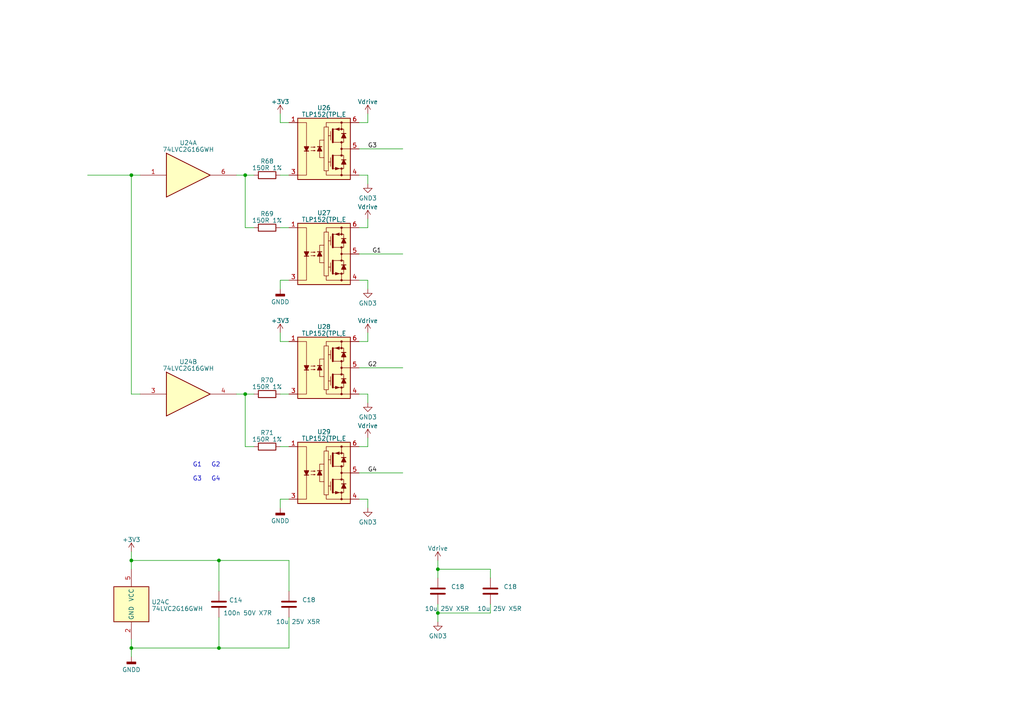
<source format=kicad_sch>
(kicad_sch (version 20230121) (generator eeschema)

  (uuid 0aa01033-d9be-452a-9185-1acc9fcb4335)

  (paper "A4")

  (lib_symbols
    (symbol "74xGxx:74LVC2G34" (in_bom yes) (on_board yes)
      (property "Reference" "U" (at 0 7.62 0)
        (effects (font (size 1.27 1.27)))
      )
      (property "Value" "74LVC2G34" (at 2.54 -7.62 0)
        (effects (font (size 1.27 1.27)))
      )
      (property "Footprint" "" (at 0 0 0)
        (effects (font (size 1.27 1.27)) hide)
      )
      (property "Datasheet" "http://www.ti.com/lit/sg/scyt129e/scyt129e.pdf" (at 0 0 0)
        (effects (font (size 1.27 1.27)) hide)
      )
      (property "ki_keywords" "Dual Buffer LVC CMOS" (at 0 0 0)
        (effects (font (size 1.27 1.27)) hide)
      )
      (property "ki_description" "Dual Buffer, Low-Voltage CMOS" (at 0 0 0)
        (effects (font (size 1.27 1.27)) hide)
      )
      (property "ki_fp_filters" "SG-* SOT*" (at 0 0 0)
        (effects (font (size 1.27 1.27)) hide)
      )
      (symbol "74LVC2G34_1_1"
        (polyline
          (pts
            (xy -7.62 6.35)
            (xy -7.62 -6.35)
            (xy 5.08 0)
            (xy -7.62 6.35)
          )
          (stroke (width 0.254) (type default))
          (fill (type background))
        )
        (pin input line (at -15.24 0 0) (length 7.62)
          (name "~" (effects (font (size 1.27 1.27))))
          (number "1" (effects (font (size 1.27 1.27))))
        )
        (pin output line (at 12.7 0 180) (length 7.62)
          (name "~" (effects (font (size 1.27 1.27))))
          (number "6" (effects (font (size 1.27 1.27))))
        )
      )
      (symbol "74LVC2G34_2_1"
        (polyline
          (pts
            (xy -7.62 6.35)
            (xy -7.62 -6.35)
            (xy 5.08 0)
            (xy -7.62 6.35)
          )
          (stroke (width 0.254) (type default))
          (fill (type background))
        )
        (pin input line (at -15.24 0 0) (length 7.62)
          (name "~" (effects (font (size 1.27 1.27))))
          (number "3" (effects (font (size 1.27 1.27))))
        )
        (pin output line (at 12.7 0 180) (length 7.62)
          (name "~" (effects (font (size 1.27 1.27))))
          (number "4" (effects (font (size 1.27 1.27))))
        )
      )
      (symbol "74LVC2G34_3_0"
        (rectangle (start -5.08 -5.08) (end 5.08 5.08)
          (stroke (width 0.254) (type default))
          (fill (type background))
        )
      )
      (symbol "74LVC2G34_3_1"
        (pin power_in line (at 0 -10.16 90) (length 5.08)
          (name "GND" (effects (font (size 1.27 1.27))))
          (number "2" (effects (font (size 1.27 1.27))))
        )
        (pin power_in line (at 0 10.16 270) (length 5.08)
          (name "VCC" (effects (font (size 1.27 1.27))))
          (number "5" (effects (font (size 1.27 1.27))))
        )
      )
    )
    (symbol "Device:C" (pin_numbers hide) (pin_names (offset 0.254)) (in_bom yes) (on_board yes)
      (property "Reference" "C" (at 0.635 2.54 0)
        (effects (font (size 1.27 1.27)) (justify left))
      )
      (property "Value" "C" (at 0.635 -2.54 0)
        (effects (font (size 1.27 1.27)) (justify left))
      )
      (property "Footprint" "" (at 0.9652 -3.81 0)
        (effects (font (size 1.27 1.27)) hide)
      )
      (property "Datasheet" "~" (at 0 0 0)
        (effects (font (size 1.27 1.27)) hide)
      )
      (property "ki_keywords" "cap capacitor" (at 0 0 0)
        (effects (font (size 1.27 1.27)) hide)
      )
      (property "ki_description" "Unpolarized capacitor" (at 0 0 0)
        (effects (font (size 1.27 1.27)) hide)
      )
      (property "ki_fp_filters" "C_*" (at 0 0 0)
        (effects (font (size 1.27 1.27)) hide)
      )
      (symbol "C_0_1"
        (polyline
          (pts
            (xy -2.032 -0.762)
            (xy 2.032 -0.762)
          )
          (stroke (width 0.508) (type default))
          (fill (type none))
        )
        (polyline
          (pts
            (xy -2.032 0.762)
            (xy 2.032 0.762)
          )
          (stroke (width 0.508) (type default))
          (fill (type none))
        )
      )
      (symbol "C_1_1"
        (pin passive line (at 0 3.81 270) (length 2.794)
          (name "~" (effects (font (size 1.27 1.27))))
          (number "1" (effects (font (size 1.27 1.27))))
        )
        (pin passive line (at 0 -3.81 90) (length 2.794)
          (name "~" (effects (font (size 1.27 1.27))))
          (number "2" (effects (font (size 1.27 1.27))))
        )
      )
    )
    (symbol "Device:R" (pin_numbers hide) (pin_names (offset 0)) (in_bom yes) (on_board yes)
      (property "Reference" "R" (at 2.032 0 90)
        (effects (font (size 1.27 1.27)))
      )
      (property "Value" "R" (at 0 0 90)
        (effects (font (size 1.27 1.27)))
      )
      (property "Footprint" "" (at -1.778 0 90)
        (effects (font (size 1.27 1.27)) hide)
      )
      (property "Datasheet" "~" (at 0 0 0)
        (effects (font (size 1.27 1.27)) hide)
      )
      (property "ki_keywords" "R res resistor" (at 0 0 0)
        (effects (font (size 1.27 1.27)) hide)
      )
      (property "ki_description" "Resistor" (at 0 0 0)
        (effects (font (size 1.27 1.27)) hide)
      )
      (property "ki_fp_filters" "R_*" (at 0 0 0)
        (effects (font (size 1.27 1.27)) hide)
      )
      (symbol "R_0_1"
        (rectangle (start -1.016 -2.54) (end 1.016 2.54)
          (stroke (width 0.254) (type default))
          (fill (type none))
        )
      )
      (symbol "R_1_1"
        (pin passive line (at 0 3.81 270) (length 1.27)
          (name "~" (effects (font (size 1.27 1.27))))
          (number "1" (effects (font (size 1.27 1.27))))
        )
        (pin passive line (at 0 -3.81 90) (length 1.27)
          (name "~" (effects (font (size 1.27 1.27))))
          (number "2" (effects (font (size 1.27 1.27))))
        )
      )
    )
    (symbol "ff:TLP2361" (pin_names hide) (in_bom yes) (on_board yes)
      (property "Reference" "U" (at 0 12.7 0)
        (effects (font (size 1.27 1.27)))
      )
      (property "Value" "TLP2361" (at 0 10.16 0)
        (effects (font (size 1.27 1.27)))
      )
      (property "Footprint" "Package_SO:MFSOP6-5_4.4x3.6mm_P1.27mm" (at 0 -10.16 0)
        (effects (font (size 1.27 1.27) italic) hide)
      )
      (property "Datasheet" "https://docs.broadcom.com/docs/AV02-2928EN" (at -2.286 0.127 0)
        (effects (font (size 1.27 1.27)) (justify left) hide)
      )
      (property "ki_keywords" "MOSFET Driver IGBT Driver Optocoupler" (at 0 0 0)
        (effects (font (size 1.27 1.27)) hide)
      )
      (property "ki_description" "Gate Drive Optocoupler, Output Current 4.0/4.0A, Propagation Delay 200ns, SSO-6" (at 0 0 0)
        (effects (font (size 1.27 1.27)) hide)
      )
      (property "ki_fp_filters" "SSO*6.8x4.6mm*P1.27mm*Clearance7mm*" (at 0 0 0)
        (effects (font (size 1.27 1.27)) hide)
      )
      (symbol "TLP2361_0_1"
        (rectangle (start -7.62 8.89) (end 7.62 -8.89)
          (stroke (width 0.254) (type solid))
          (fill (type background))
        )
        (polyline
          (pts
            (xy -5.715 -0.635)
            (xy -4.445 -0.635)
          )
          (stroke (width 0.254) (type solid))
          (fill (type none))
        )
        (polyline
          (pts
            (xy -0.635 0.635)
            (xy -1.905 0.635)
          )
          (stroke (width 0.254) (type solid))
          (fill (type none))
        )
        (polyline
          (pts
            (xy 1.27 -3.81)
            (xy 1.905 -3.81)
          )
          (stroke (width 0) (type solid))
          (fill (type none))
        )
        (polyline
          (pts
            (xy 1.27 3.81)
            (xy 1.905 3.81)
          )
          (stroke (width 0) (type solid))
          (fill (type none))
        )
        (polyline
          (pts
            (xy 1.905 -5.08)
            (xy 1.905 -2.54)
          )
          (stroke (width 0) (type solid))
          (fill (type none))
        )
        (polyline
          (pts
            (xy 1.905 2.54)
            (xy 1.905 5.08)
          )
          (stroke (width 0) (type solid))
          (fill (type none))
        )
        (polyline
          (pts
            (xy 2.54 -5.715)
            (xy 2.54 -1.905)
          )
          (stroke (width 0.508) (type solid))
          (fill (type none))
        )
        (polyline
          (pts
            (xy 2.54 1.905)
            (xy 2.54 5.715)
          )
          (stroke (width 0.508) (type solid))
          (fill (type none))
        )
        (polyline
          (pts
            (xy 4.445 -1.905)
            (xy 2.54 -1.905)
          )
          (stroke (width 0) (type solid))
          (fill (type none))
        )
        (polyline
          (pts
            (xy 4.445 5.715)
            (xy 2.54 5.715)
          )
          (stroke (width 0) (type solid))
          (fill (type none))
        )
        (polyline
          (pts
            (xy 5.08 -5.715)
            (xy 5.08 -7.62)
          )
          (stroke (width 0) (type solid))
          (fill (type none))
        )
        (polyline
          (pts
            (xy 5.08 0)
            (xy 7.62 0)
          )
          (stroke (width 0) (type solid))
          (fill (type none))
        )
        (polyline
          (pts
            (xy 5.08 1.905)
            (xy 5.08 -1.905)
          )
          (stroke (width 0) (type solid))
          (fill (type none))
        )
        (polyline
          (pts
            (xy 5.08 7.62)
            (xy 5.08 5.715)
          )
          (stroke (width 0) (type solid))
          (fill (type none))
        )
        (polyline
          (pts
            (xy 6.35 -3.175)
            (xy 5.08 -3.175)
          )
          (stroke (width 0.254) (type solid))
          (fill (type none))
        )
        (polyline
          (pts
            (xy 6.35 4.445)
            (xy 5.08 4.445)
          )
          (stroke (width 0.254) (type solid))
          (fill (type none))
        )
        (polyline
          (pts
            (xy 7.62 7.62)
            (xy 0.635 7.62)
          )
          (stroke (width 0) (type solid))
          (fill (type none))
        )
        (polyline
          (pts
            (xy -1.27 -0.635)
            (xy -1.27 -2.54)
            (xy 0 -2.54)
          )
          (stroke (width 0) (type solid))
          (fill (type none))
        )
        (polyline
          (pts
            (xy -1.27 0.635)
            (xy -1.27 2.54)
            (xy 0 2.54)
          )
          (stroke (width 0) (type solid))
          (fill (type none))
        )
        (polyline
          (pts
            (xy 0.635 -6.35)
            (xy 0.635 -7.62)
            (xy 7.62 -7.62)
          )
          (stroke (width 0) (type solid))
          (fill (type none))
        )
        (polyline
          (pts
            (xy 4.445 -1.905)
            (xy 5.715 -1.905)
            (xy 5.715 -3.175)
          )
          (stroke (width 0) (type solid))
          (fill (type none))
        )
        (polyline
          (pts
            (xy 4.445 5.715)
            (xy 5.715 5.715)
            (xy 5.715 4.445)
          )
          (stroke (width 0) (type solid))
          (fill (type none))
        )
        (polyline
          (pts
            (xy 5.715 -4.445)
            (xy 5.715 -5.715)
            (xy 2.54 -5.715)
          )
          (stroke (width 0) (type solid))
          (fill (type none))
        )
        (polyline
          (pts
            (xy 5.715 3.175)
            (xy 5.715 1.905)
            (xy 2.54 1.905)
          )
          (stroke (width 0) (type solid))
          (fill (type none))
        )
        (polyline
          (pts
            (xy -7.62 7.62)
            (xy -5.08 7.62)
            (xy -5.08 -7.62)
            (xy -7.62 -7.62)
          )
          (stroke (width 0) (type solid))
          (fill (type none))
        )
        (polyline
          (pts
            (xy -5.08 -0.635)
            (xy -5.715 0.635)
            (xy -4.445 0.635)
            (xy -5.08 -0.635)
          )
          (stroke (width 0.254) (type solid))
          (fill (type outline))
        )
        (polyline
          (pts
            (xy -1.27 0.635)
            (xy -0.635 -0.635)
            (xy -1.905 -0.635)
            (xy -1.27 0.635)
          )
          (stroke (width 0.254) (type solid))
          (fill (type outline))
        )
        (polyline
          (pts
            (xy 3.302 5.715)
            (xy 4.445 6.096)
            (xy 4.445 5.334)
            (xy 3.302 5.715)
          )
          (stroke (width 0) (type solid))
          (fill (type outline))
        )
        (polyline
          (pts
            (xy 4.445 -5.715)
            (xy 3.302 -5.334)
            (xy 3.302 -6.096)
            (xy 4.445 -5.715)
          )
          (stroke (width 0) (type solid))
          (fill (type outline))
        )
        (polyline
          (pts
            (xy 5.715 -3.175)
            (xy 6.35 -4.445)
            (xy 5.08 -4.445)
            (xy 5.715 -3.175)
          )
          (stroke (width 0.254) (type solid))
          (fill (type outline))
        )
        (polyline
          (pts
            (xy 5.715 4.445)
            (xy 6.35 3.175)
            (xy 5.08 3.175)
            (xy 5.715 4.445)
          )
          (stroke (width 0.254) (type solid))
          (fill (type outline))
        )
        (polyline
          (pts
            (xy -3.81 -0.508)
            (xy -2.54 -0.508)
            (xy -2.921 -0.635)
            (xy -2.921 -0.381)
            (xy -2.54 -0.508)
          )
          (stroke (width 0) (type solid))
          (fill (type none))
        )
        (polyline
          (pts
            (xy -3.81 0.508)
            (xy -2.54 0.508)
            (xy -2.921 0.381)
            (xy -2.921 0.635)
            (xy -2.54 0.508)
          )
          (stroke (width 0) (type solid))
          (fill (type none))
        )
        (polyline
          (pts
            (xy 1.27 6.35)
            (xy 1.27 -6.35)
            (xy 0 -6.35)
            (xy 0 6.35)
            (xy 1.27 6.35)
          )
          (stroke (width 0) (type solid))
          (fill (type none))
        )
        (rectangle (start 0.635 6.35) (end 0.635 6.35)
          (stroke (width 0) (type solid))
          (fill (type none))
        )
        (rectangle (start 0.635 6.35) (end 0.635 7.62)
          (stroke (width 0) (type solid))
          (fill (type none))
        )
        (circle (center 5.08 -7.62) (radius 0.254)
          (stroke (width 0) (type solid))
          (fill (type outline))
        )
        (circle (center 5.08 -5.715) (radius 0.254)
          (stroke (width 0) (type solid))
          (fill (type outline))
        )
        (circle (center 5.08 -1.905) (radius 0.254)
          (stroke (width 0) (type solid))
          (fill (type outline))
        )
        (circle (center 5.08 0) (radius 0.254)
          (stroke (width 0) (type solid))
          (fill (type outline))
        )
        (circle (center 5.08 1.905) (radius 0.254)
          (stroke (width 0) (type solid))
          (fill (type outline))
        )
        (circle (center 5.08 5.715) (radius 0.254)
          (stroke (width 0) (type solid))
          (fill (type outline))
        )
        (circle (center 5.08 7.62) (radius 0.254)
          (stroke (width 0) (type solid))
          (fill (type outline))
        )
      )
      (symbol "TLP2361_1_1"
        (pin passive line (at -10.16 7.62 0) (length 2.54)
          (name "A" (effects (font (size 1.27 1.27))))
          (number "1" (effects (font (size 1.27 1.27))))
        )
        (pin passive line (at -10.16 -7.62 0) (length 2.54)
          (name "C" (effects (font (size 1.27 1.27))))
          (number "3" (effects (font (size 1.27 1.27))))
        )
        (pin power_in line (at 10.16 -7.62 180) (length 2.54)
          (name "VEE" (effects (font (size 1.27 1.27))))
          (number "4" (effects (font (size 1.27 1.27))))
        )
        (pin output line (at 10.16 0 180) (length 2.54)
          (name "VO" (effects (font (size 1.27 1.27))))
          (number "5" (effects (font (size 1.27 1.27))))
        )
        (pin power_in line (at 10.16 7.62 180) (length 2.54)
          (name "VCC" (effects (font (size 1.27 1.27))))
          (number "6" (effects (font (size 1.27 1.27))))
        )
      )
    )
    (symbol "power:+3V3" (power) (pin_names (offset 0)) (in_bom yes) (on_board yes)
      (property "Reference" "#PWR" (at 0 -3.81 0)
        (effects (font (size 1.27 1.27)) hide)
      )
      (property "Value" "+3V3" (at 0 3.556 0)
        (effects (font (size 1.27 1.27)))
      )
      (property "Footprint" "" (at 0 0 0)
        (effects (font (size 1.27 1.27)) hide)
      )
      (property "Datasheet" "" (at 0 0 0)
        (effects (font (size 1.27 1.27)) hide)
      )
      (property "ki_keywords" "global power" (at 0 0 0)
        (effects (font (size 1.27 1.27)) hide)
      )
      (property "ki_description" "Power symbol creates a global label with name \"+3V3\"" (at 0 0 0)
        (effects (font (size 1.27 1.27)) hide)
      )
      (symbol "+3V3_0_1"
        (polyline
          (pts
            (xy -0.762 1.27)
            (xy 0 2.54)
          )
          (stroke (width 0) (type default))
          (fill (type none))
        )
        (polyline
          (pts
            (xy 0 0)
            (xy 0 2.54)
          )
          (stroke (width 0) (type default))
          (fill (type none))
        )
        (polyline
          (pts
            (xy 0 2.54)
            (xy 0.762 1.27)
          )
          (stroke (width 0) (type default))
          (fill (type none))
        )
      )
      (symbol "+3V3_1_1"
        (pin power_in line (at 0 0 90) (length 0) hide
          (name "+3V3" (effects (font (size 1.27 1.27))))
          (number "1" (effects (font (size 1.27 1.27))))
        )
      )
    )
    (symbol "power:GND3" (power) (pin_names (offset 0)) (in_bom yes) (on_board yes)
      (property "Reference" "#PWR" (at 0 -6.35 0)
        (effects (font (size 1.27 1.27)) hide)
      )
      (property "Value" "GND3" (at 0 -3.81 0)
        (effects (font (size 1.27 1.27)))
      )
      (property "Footprint" "" (at 0 0 0)
        (effects (font (size 1.27 1.27)) hide)
      )
      (property "Datasheet" "" (at 0 0 0)
        (effects (font (size 1.27 1.27)) hide)
      )
      (property "ki_keywords" "global power" (at 0 0 0)
        (effects (font (size 1.27 1.27)) hide)
      )
      (property "ki_description" "Power symbol creates a global label with name \"GND3\" , ground" (at 0 0 0)
        (effects (font (size 1.27 1.27)) hide)
      )
      (symbol "GND3_0_1"
        (polyline
          (pts
            (xy 0 0)
            (xy 0 -1.27)
            (xy 1.27 -1.27)
            (xy 0 -2.54)
            (xy -1.27 -1.27)
            (xy 0 -1.27)
          )
          (stroke (width 0) (type default))
          (fill (type none))
        )
      )
      (symbol "GND3_1_1"
        (pin power_in line (at 0 0 270) (length 0) hide
          (name "GND3" (effects (font (size 1.27 1.27))))
          (number "1" (effects (font (size 1.27 1.27))))
        )
      )
    )
    (symbol "power:GNDD" (power) (pin_names (offset 0)) (in_bom yes) (on_board yes)
      (property "Reference" "#PWR" (at 0 -6.35 0)
        (effects (font (size 1.27 1.27)) hide)
      )
      (property "Value" "GNDD" (at 0 -3.175 0)
        (effects (font (size 1.27 1.27)))
      )
      (property "Footprint" "" (at 0 0 0)
        (effects (font (size 1.27 1.27)) hide)
      )
      (property "Datasheet" "" (at 0 0 0)
        (effects (font (size 1.27 1.27)) hide)
      )
      (property "ki_keywords" "global power" (at 0 0 0)
        (effects (font (size 1.27 1.27)) hide)
      )
      (property "ki_description" "Power symbol creates a global label with name \"GNDD\" , digital ground" (at 0 0 0)
        (effects (font (size 1.27 1.27)) hide)
      )
      (symbol "GNDD_0_1"
        (rectangle (start -1.27 -1.524) (end 1.27 -2.032)
          (stroke (width 0.254) (type default))
          (fill (type outline))
        )
        (polyline
          (pts
            (xy 0 0)
            (xy 0 -1.524)
          )
          (stroke (width 0) (type default))
          (fill (type none))
        )
      )
      (symbol "GNDD_1_1"
        (pin power_in line (at 0 0 270) (length 0) hide
          (name "GNDD" (effects (font (size 1.27 1.27))))
          (number "1" (effects (font (size 1.27 1.27))))
        )
      )
    )
    (symbol "power:Vdrive" (power) (pin_names (offset 0)) (in_bom yes) (on_board yes)
      (property "Reference" "#PWR" (at -5.08 -3.81 0)
        (effects (font (size 1.27 1.27)) hide)
      )
      (property "Value" "Vdrive" (at 0 3.81 0)
        (effects (font (size 1.27 1.27)))
      )
      (property "Footprint" "" (at 0 0 0)
        (effects (font (size 1.27 1.27)) hide)
      )
      (property "Datasheet" "" (at 0 0 0)
        (effects (font (size 1.27 1.27)) hide)
      )
      (property "ki_keywords" "global power" (at 0 0 0)
        (effects (font (size 1.27 1.27)) hide)
      )
      (property "ki_description" "Power symbol creates a global label with name \"Vdrive\"" (at 0 0 0)
        (effects (font (size 1.27 1.27)) hide)
      )
      (symbol "Vdrive_0_1"
        (polyline
          (pts
            (xy -0.762 1.27)
            (xy 0 2.54)
          )
          (stroke (width 0) (type default))
          (fill (type none))
        )
        (polyline
          (pts
            (xy 0 0)
            (xy 0 2.54)
          )
          (stroke (width 0) (type default))
          (fill (type none))
        )
        (polyline
          (pts
            (xy 0 2.54)
            (xy 0.762 1.27)
          )
          (stroke (width 0) (type default))
          (fill (type none))
        )
      )
      (symbol "Vdrive_1_1"
        (pin power_in line (at 0 0 90) (length 0) hide
          (name "Vdrive" (effects (font (size 1.27 1.27))))
          (number "1" (effects (font (size 1.27 1.27))))
        )
      )
    )
  )

  (junction (at 127 165.1) (diameter 0) (color 0 0 0 0)
    (uuid 0163ad44-8c89-448c-8a81-07587c0f89ba)
  )
  (junction (at 38.1 187.96) (diameter 0) (color 0 0 0 0)
    (uuid 0dbbbf0a-ac08-4ea9-a9bc-c19234cfbdce)
  )
  (junction (at 71.12 50.8) (diameter 0) (color 0 0 0 0)
    (uuid 157a3ec3-0359-434c-9c12-6f18b9fae397)
  )
  (junction (at 127 177.8) (diameter 0) (color 0 0 0 0)
    (uuid 749e10d5-cfe4-4b22-b4f2-87740de3161f)
  )
  (junction (at 38.1 50.8) (diameter 0) (color 0 0 0 0)
    (uuid 7f4a6f4f-8680-4ef4-a521-99c6f71e18f2)
  )
  (junction (at 63.5 187.96) (diameter 0) (color 0 0 0 0)
    (uuid 906aed8f-154b-4f6e-a643-3d68dcb447e4)
  )
  (junction (at 71.12 114.3) (diameter 0) (color 0 0 0 0)
    (uuid d0244e48-5324-45b2-a51a-f366ac0727ac)
  )
  (junction (at 63.5 162.56) (diameter 0) (color 0 0 0 0)
    (uuid f1e4f4e6-7471-49f0-9b09-b62b386671f4)
  )
  (junction (at 38.1 162.56) (diameter 0) (color 0 0 0 0)
    (uuid f677cf33-bd21-4190-bf14-21eb4cab81ac)
  )

  (wire (pts (xy 104.14 81.28) (xy 106.68 81.28))
    (stroke (width 0) (type default))
    (uuid 0348180d-1778-4df7-9726-f236bc3a71e8)
  )
  (wire (pts (xy 127 165.1) (xy 127 162.56))
    (stroke (width 0) (type default))
    (uuid 08986d13-d433-488a-a52f-075514127c42)
  )
  (wire (pts (xy 38.1 114.3) (xy 38.1 50.8))
    (stroke (width 0) (type default))
    (uuid 08d700a0-f634-475c-8e41-8e52c6d87c7b)
  )
  (wire (pts (xy 81.28 66.04) (xy 83.82 66.04))
    (stroke (width 0) (type default))
    (uuid 0c239c12-84f8-49d1-885c-358518a5333f)
  )
  (wire (pts (xy 81.28 35.56) (xy 81.28 33.02))
    (stroke (width 0) (type default))
    (uuid 10b39014-1654-46ba-8b59-5d744f2117c3)
  )
  (wire (pts (xy 81.28 50.8) (xy 83.82 50.8))
    (stroke (width 0) (type default))
    (uuid 16a4147f-672c-42e8-8d14-db5648f92dad)
  )
  (wire (pts (xy 83.82 171.45) (xy 83.82 162.56))
    (stroke (width 0) (type default))
    (uuid 1c83d54d-f48b-445d-b5d5-29c9f49253a5)
  )
  (wire (pts (xy 83.82 99.06) (xy 81.28 99.06))
    (stroke (width 0) (type default))
    (uuid 1f676301-b585-4d76-9426-3ee3d244b00c)
  )
  (wire (pts (xy 106.68 50.8) (xy 106.68 53.34))
    (stroke (width 0) (type default))
    (uuid 20b4b63d-13c5-4d1f-8acb-a6e795a25d95)
  )
  (wire (pts (xy 104.14 106.68) (xy 116.84 106.68))
    (stroke (width 0) (type default))
    (uuid 2e5b4b06-d54a-4c25-8d54-38ebcbea8603)
  )
  (wire (pts (xy 71.12 129.54) (xy 71.12 114.3))
    (stroke (width 0) (type default))
    (uuid 2fbc1ae5-2823-4e77-92cd-e7ac48799216)
  )
  (wire (pts (xy 104.14 73.66) (xy 116.84 73.66))
    (stroke (width 0) (type default))
    (uuid 3242733f-6870-48b3-80a1-a29f3da4c883)
  )
  (wire (pts (xy 63.5 187.96) (xy 83.82 187.96))
    (stroke (width 0) (type default))
    (uuid 32d2dc93-84b0-4cfe-9b2e-6dd5bedb0b39)
  )
  (wire (pts (xy 106.68 35.56) (xy 106.68 33.02))
    (stroke (width 0) (type default))
    (uuid 3709d43a-ba59-40fc-93b8-b7de63b18ede)
  )
  (wire (pts (xy 106.68 129.54) (xy 106.68 127))
    (stroke (width 0) (type default))
    (uuid 3fc01144-1258-40f4-a858-cebdbe368022)
  )
  (wire (pts (xy 63.5 187.96) (xy 38.1 187.96))
    (stroke (width 0) (type default))
    (uuid 41bd55c9-9114-43e2-b256-bff761211c24)
  )
  (wire (pts (xy 142.24 177.8) (xy 127 177.8))
    (stroke (width 0) (type default))
    (uuid 442c4df8-b5f1-438e-98d5-9bc01c229c85)
  )
  (wire (pts (xy 142.24 167.64) (xy 142.24 165.1))
    (stroke (width 0) (type default))
    (uuid 499897cb-dc49-4d44-ae42-b49e42f70c11)
  )
  (wire (pts (xy 38.1 50.8) (xy 40.64 50.8))
    (stroke (width 0) (type default))
    (uuid 4a408e5b-d32c-45cc-9885-805dd3f91653)
  )
  (wire (pts (xy 71.12 50.8) (xy 73.66 50.8))
    (stroke (width 0) (type default))
    (uuid 4a810b50-7cc5-43c9-939a-200df42226b1)
  )
  (wire (pts (xy 25.4 50.8) (xy 38.1 50.8))
    (stroke (width 0) (type default))
    (uuid 4a8681f5-a940-455e-811a-b304572b2214)
  )
  (wire (pts (xy 142.24 165.1) (xy 127 165.1))
    (stroke (width 0) (type default))
    (uuid 57a97a4e-696f-4341-b2cd-bad87cdcedd8)
  )
  (wire (pts (xy 106.68 114.3) (xy 106.68 116.84))
    (stroke (width 0) (type default))
    (uuid 5bb7d4d7-7550-4841-8f7c-8ec1c6c900c1)
  )
  (wire (pts (xy 81.28 144.78) (xy 83.82 144.78))
    (stroke (width 0) (type default))
    (uuid 61bd2c62-0909-4b06-96c9-5ab991364ba9)
  )
  (wire (pts (xy 63.5 162.56) (xy 63.5 171.45))
    (stroke (width 0) (type default))
    (uuid 6f879958-9d93-4a91-b264-7a486cdaa237)
  )
  (wire (pts (xy 71.12 66.04) (xy 71.12 50.8))
    (stroke (width 0) (type default))
    (uuid 70942263-732a-4c5a-97fd-ce20ea0f77c7)
  )
  (wire (pts (xy 104.14 129.54) (xy 106.68 129.54))
    (stroke (width 0) (type default))
    (uuid 76cf3cc6-6b11-4f5a-9daa-1a76cb161547)
  )
  (wire (pts (xy 71.12 114.3) (xy 73.66 114.3))
    (stroke (width 0) (type default))
    (uuid 79a708b9-8cda-4b95-97c9-efe0f33f5ec3)
  )
  (wire (pts (xy 104.14 43.18) (xy 116.84 43.18))
    (stroke (width 0) (type default))
    (uuid 7a0e4644-3ffc-4171-b768-8589e30368ed)
  )
  (wire (pts (xy 81.28 114.3) (xy 83.82 114.3))
    (stroke (width 0) (type default))
    (uuid 83d23193-e35f-40f3-bd9c-945e63bc7414)
  )
  (wire (pts (xy 73.66 129.54) (xy 71.12 129.54))
    (stroke (width 0) (type default))
    (uuid 8841efed-d522-4398-9765-ae99ca1ab9cf)
  )
  (wire (pts (xy 40.64 114.3) (xy 38.1 114.3))
    (stroke (width 0) (type default))
    (uuid 8aa6e551-f96e-493d-b407-b1cb10aa75d4)
  )
  (wire (pts (xy 104.14 144.78) (xy 106.68 144.78))
    (stroke (width 0) (type default))
    (uuid 92d436db-595c-4cbf-aa10-fddf2af42a7f)
  )
  (wire (pts (xy 81.28 83.82) (xy 81.28 81.28))
    (stroke (width 0) (type default))
    (uuid 9a035104-3839-4d5f-93cd-9d4854071a6e)
  )
  (wire (pts (xy 106.68 81.28) (xy 106.68 83.82))
    (stroke (width 0) (type default))
    (uuid 9fb40c32-24c0-47d9-aa83-dc2928c28019)
  )
  (wire (pts (xy 127 175.26) (xy 127 177.8))
    (stroke (width 0) (type default))
    (uuid a5f383ac-071b-4c2e-b1f1-c0e0a1cce7d5)
  )
  (wire (pts (xy 81.28 99.06) (xy 81.28 96.52))
    (stroke (width 0) (type default))
    (uuid ad8e7528-565c-4807-9385-eeb81c7258ad)
  )
  (wire (pts (xy 142.24 175.26) (xy 142.24 177.8))
    (stroke (width 0) (type default))
    (uuid b430abdf-31ed-43b6-b054-1ab3f9048d78)
  )
  (wire (pts (xy 38.1 160.02) (xy 38.1 162.56))
    (stroke (width 0) (type default))
    (uuid b6666e4d-83ac-4062-9aa0-c6579b0a5857)
  )
  (wire (pts (xy 104.14 35.56) (xy 106.68 35.56))
    (stroke (width 0) (type default))
    (uuid bb56fc76-a403-4773-8273-30b54a92485d)
  )
  (wire (pts (xy 104.14 114.3) (xy 106.68 114.3))
    (stroke (width 0) (type default))
    (uuid beeed1df-a4d5-46e3-a710-c1c86babc803)
  )
  (wire (pts (xy 104.14 99.06) (xy 106.68 99.06))
    (stroke (width 0) (type default))
    (uuid caed95bf-8ef1-4650-b299-fdd21b777fe8)
  )
  (wire (pts (xy 38.1 185.42) (xy 38.1 187.96))
    (stroke (width 0) (type default))
    (uuid cccfc4d6-db35-4005-a457-903935e94ca6)
  )
  (wire (pts (xy 83.82 179.07) (xy 83.82 187.96))
    (stroke (width 0) (type default))
    (uuid cd532804-ad60-4cc6-a729-85c1ead729d0)
  )
  (wire (pts (xy 63.5 179.07) (xy 63.5 187.96))
    (stroke (width 0) (type default))
    (uuid cddfb343-f186-4f37-9c23-1637dbb69f12)
  )
  (wire (pts (xy 106.68 66.04) (xy 106.68 63.5))
    (stroke (width 0) (type default))
    (uuid d244f1ca-9197-45eb-8598-10fd5c9461c6)
  )
  (wire (pts (xy 127 167.64) (xy 127 165.1))
    (stroke (width 0) (type default))
    (uuid d477aeda-808e-4c17-b0dd-39d276e2fe11)
  )
  (wire (pts (xy 106.68 99.06) (xy 106.68 96.52))
    (stroke (width 0) (type default))
    (uuid d82bb3cb-e05f-401d-81ad-20eb6679af15)
  )
  (wire (pts (xy 68.58 50.8) (xy 71.12 50.8))
    (stroke (width 0) (type default))
    (uuid d9438070-3b53-40ec-83f7-d4a2e21aaae7)
  )
  (wire (pts (xy 81.28 81.28) (xy 83.82 81.28))
    (stroke (width 0) (type default))
    (uuid e04f5fd1-e303-40d9-a849-cb48ad81ce87)
  )
  (wire (pts (xy 38.1 162.56) (xy 38.1 165.1))
    (stroke (width 0) (type default))
    (uuid e939dd4d-7130-4bf9-9cab-a1881c42cc66)
  )
  (wire (pts (xy 38.1 187.96) (xy 38.1 190.5))
    (stroke (width 0) (type default))
    (uuid ea0b4df8-7deb-4ba9-8266-8cf6ceb47bdd)
  )
  (wire (pts (xy 81.28 147.32) (xy 81.28 144.78))
    (stroke (width 0) (type default))
    (uuid ea822098-4013-4165-bb84-e16dbf2037fe)
  )
  (wire (pts (xy 104.14 137.16) (xy 116.84 137.16))
    (stroke (width 0) (type default))
    (uuid eaae35ec-a6ae-4fc3-9ae2-1ea3de1c4afe)
  )
  (wire (pts (xy 104.14 66.04) (xy 106.68 66.04))
    (stroke (width 0) (type default))
    (uuid ed8b0872-987d-4132-83cd-3531f10d5407)
  )
  (wire (pts (xy 127 177.8) (xy 127 180.34))
    (stroke (width 0) (type default))
    (uuid ef9c471a-7492-4534-a67b-0398cf0ff737)
  )
  (wire (pts (xy 104.14 50.8) (xy 106.68 50.8))
    (stroke (width 0) (type default))
    (uuid f174d1f2-63dd-45ca-a53c-ae0cf86c0d45)
  )
  (wire (pts (xy 68.58 114.3) (xy 71.12 114.3))
    (stroke (width 0) (type default))
    (uuid f48db047-54c8-4814-bbd2-1d328c84287d)
  )
  (wire (pts (xy 106.68 144.78) (xy 106.68 147.32))
    (stroke (width 0) (type default))
    (uuid f7fa23cc-7f08-494a-aafb-3825e922fe2f)
  )
  (wire (pts (xy 73.66 66.04) (xy 71.12 66.04))
    (stroke (width 0) (type default))
    (uuid f84ba534-1a4a-4cc9-8a1b-6da1ebaf4807)
  )
  (wire (pts (xy 63.5 162.56) (xy 38.1 162.56))
    (stroke (width 0) (type default))
    (uuid f8b794c7-49cd-42dd-b590-27f3985841f7)
  )
  (wire (pts (xy 81.28 129.54) (xy 83.82 129.54))
    (stroke (width 0) (type default))
    (uuid f9195bf2-2e09-45d5-81bc-330330c476a9)
  )
  (wire (pts (xy 83.82 35.56) (xy 81.28 35.56))
    (stroke (width 0) (type default))
    (uuid fe3d6e09-aaae-4ac9-8bbc-85c3da6b9a3e)
  )
  (wire (pts (xy 63.5 162.56) (xy 83.82 162.56))
    (stroke (width 0) (type default))
    (uuid ff07e948-e02b-4f7c-88f4-925c74259a1f)
  )

  (text "G1   G2\n\nG3   G4" (at 55.88 139.7 0)
    (effects (font (size 1.27 1.27)) (justify left bottom))
    (uuid 6a02ade0-b1d6-4da2-a7a6-fbf2c910b17c)
  )

  (label "G4" (at 106.68 137.16 0) (fields_autoplaced)
    (effects (font (size 1.27 1.27)) (justify left bottom))
    (uuid 4cecd305-f3ad-4b52-a0f1-22444be69548)
  )
  (label "G3" (at 106.68 43.18 0) (fields_autoplaced)
    (effects (font (size 1.27 1.27)) (justify left bottom))
    (uuid 9da2c0cc-3720-4224-ade5-e9dad6f71fb7)
  )
  (label "G2" (at 106.68 106.68 0) (fields_autoplaced)
    (effects (font (size 1.27 1.27)) (justify left bottom))
    (uuid cf499efc-4b46-4b09-a9df-e00f78a360de)
  )
  (label "G1" (at 107.95 73.66 0) (fields_autoplaced)
    (effects (font (size 1.27 1.27)) (justify left bottom))
    (uuid e50ba17c-136e-48f4-a023-428a0f2b4700)
  )

  (symbol (lib_id "ff:TLP2361") (at 93.98 43.18 0) (unit 1)
    (in_bom yes) (on_board yes) (dnp no) (fields_autoplaced)
    (uuid 022d1089-d009-4757-9a51-9f438061b669)
    (property "Reference" "U26" (at 93.98 31.2801 0)
      (effects (font (size 1.27 1.27)))
    )
    (property "Value" "TLP152(TPL,E" (at 93.98 33.2011 0)
      (effects (font (size 1.27 1.27)))
    )
    (property "Footprint" "Package_SO:MFSOP6-5_4.4x3.6mm_P1.27mm" (at 93.98 53.34 0)
      (effects (font (size 1.27 1.27) italic) hide)
    )
    (property "Datasheet" "https://toshiba.semicon-storage.com/info/TLP152_datasheet_en_20171219.pdf?did=13615&prodName=TLP152" (at 91.694 43.053 0)
      (effects (font (size 1.27 1.27)) (justify left) hide)
    )
    (property "Comm" "" (at 93.98 43.18 0)
      (effects (font (size 1.27 1.27)))
    )
    (property "Vendor" "" (at 93.98 43.18 0)
      (effects (font (size 1.27 1.27)) hide)
    )
    (pin "1" (uuid 345c59d9-b19a-4f69-9ea6-54eec4b2d195))
    (pin "3" (uuid 3e115d0f-5035-4c6b-b927-a11693a8d17a))
    (pin "4" (uuid 489aa5d1-aee2-4b71-a4e1-5fed36721471))
    (pin "5" (uuid 4bb9bfea-c516-485d-96af-d7c9e307c233))
    (pin "6" (uuid 4fe69811-5737-4a22-9c29-3aaf44ee2215))
    (instances
      (project "current3x3A_Artiq"
        (path "/dc24e63b-ef84-47e9-9c01-a21a92ed8fec/b70d5542-7617-48a5-a6bb-0146056dd38d"
          (reference "U26") (unit 1)
        )
      )
    )
  )

  (symbol (lib_id "Device:C") (at 83.82 175.26 0) (mirror y) (unit 1)
    (in_bom yes) (on_board yes) (dnp no)
    (uuid 06bfb967-6ddf-4121-8ce6-a63629ffb150)
    (property "Reference" "C18" (at 87.63 173.99 0)
      (effects (font (size 1.27 1.27)) (justify right))
    )
    (property "Value" "10u 25V X5R" (at 80.01 180.34 0)
      (effects (font (size 1.27 1.27)) (justify right))
    )
    (property "Footprint" "Capacitor_SMD:C_0603_1608Metric" (at 82.8548 179.07 0)
      (effects (font (size 1.27 1.27)) hide)
    )
    (property "Datasheet" "~" (at 83.82 175.26 0)
      (effects (font (size 1.27 1.27)) hide)
    )
    (property "Comm" "GRM188R61E106KA73D" (at 83.82 175.26 0)
      (effects (font (size 1.27 1.27)) hide)
    )
    (pin "1" (uuid 6e3ea351-4446-4c5f-b705-7f48a533d931))
    (pin "2" (uuid 639a3a8d-b97c-4a27-8da8-99386cd5f378))
    (instances
      (project "current3x3A_Artiq"
        (path "/dc24e63b-ef84-47e9-9c01-a21a92ed8fec/61150f0f-3a0a-4e7d-9d4f-1c8f6d178a77"
          (reference "C18") (unit 1)
        )
        (path "/dc24e63b-ef84-47e9-9c01-a21a92ed8fec/b70d5542-7617-48a5-a6bb-0146056dd38d"
          (reference "C111") (unit 1)
        )
      )
      (project "c3Av2_A"
        (path "/e4bc28ea-32a9-436c-9168-8ca0b34f92a1/00000000-0000-0000-0000-0000641320b1"
          (reference "C2") (unit 1)
        )
        (path "/e4bc28ea-32a9-436c-9168-8ca0b34f92a1/00000000-0000-0000-0000-000064132056"
          (reference "C?") (unit 1)
        )
      )
    )
  )

  (symbol (lib_id "74xGxx:74LVC2G34") (at 55.88 114.3 0) (unit 2)
    (in_bom yes) (on_board yes) (dnp no) (fields_autoplaced)
    (uuid 0a42f583-28b6-4376-b058-ec1db4f2c9ea)
    (property "Reference" "U24" (at 54.61 104.9401 0)
      (effects (font (size 1.27 1.27)))
    )
    (property "Value" "74LVC2G16GWH" (at 54.61 106.8611 0)
      (effects (font (size 1.27 1.27)))
    )
    (property "Footprint" "Package_TO_SOT_SMD:SOT-363_SC-70-6" (at 55.88 114.3 0)
      (effects (font (size 1.27 1.27)) hide)
    )
    (property "Datasheet" "https://assets.nexperia.com/documents/data-sheet/74LVC2G16.pdf" (at 55.88 114.3 0)
      (effects (font (size 1.27 1.27)) hide)
    )
    (property "Comm" "" (at 55.88 114.3 0)
      (effects (font (size 1.27 1.27)))
    )
    (property "Vendor" "" (at 55.88 114.3 0)
      (effects (font (size 1.27 1.27)) hide)
    )
    (pin "1" (uuid 6f7d290b-9100-4892-9000-58da8d074edf))
    (pin "6" (uuid dd8b536a-43cb-446c-91b2-d870d40c8abc))
    (pin "3" (uuid b8447b0e-23bb-4c64-8643-1eaa9303e43c))
    (pin "4" (uuid 4b6fcd58-3e55-46c3-896d-85034e665a51))
    (pin "2" (uuid 4743c840-3a1b-4411-9c34-f27536d87ac9))
    (pin "5" (uuid a426439e-9883-45bf-8074-a5f4bb5bfb96))
    (instances
      (project "current3x3A_Artiq"
        (path "/dc24e63b-ef84-47e9-9c01-a21a92ed8fec/b70d5542-7617-48a5-a6bb-0146056dd38d"
          (reference "U24") (unit 2)
        )
      )
    )
  )

  (symbol (lib_id "power:GNDD") (at 81.28 83.82 0) (unit 1)
    (in_bom yes) (on_board yes) (dnp no) (fields_autoplaced)
    (uuid 1b2c9ee3-7a98-4fa8-87e6-efd48296f176)
    (property "Reference" "#PWR0154" (at 81.28 90.17 0)
      (effects (font (size 1.27 1.27)) hide)
    )
    (property "Value" "GNDD" (at 81.28 87.5745 0)
      (effects (font (size 1.27 1.27)))
    )
    (property "Footprint" "" (at 81.28 83.82 0)
      (effects (font (size 1.27 1.27)) hide)
    )
    (property "Datasheet" "" (at 81.28 83.82 0)
      (effects (font (size 1.27 1.27)) hide)
    )
    (pin "1" (uuid 2e96b1b5-5404-47f4-8b96-a1ebc5cc9e9a))
    (instances
      (project "current3x3A_Artiq"
        (path "/dc24e63b-ef84-47e9-9c01-a21a92ed8fec/b70d5542-7617-48a5-a6bb-0146056dd38d"
          (reference "#PWR0154") (unit 1)
        )
      )
    )
  )

  (symbol (lib_id "power:GND3") (at 106.68 53.34 0) (unit 1)
    (in_bom yes) (on_board yes) (dnp no) (fields_autoplaced)
    (uuid 2042e908-8a44-4878-a598-6cda07f65ae2)
    (property "Reference" "#PWR0155" (at 106.68 59.69 0)
      (effects (font (size 1.27 1.27)) hide)
    )
    (property "Value" "GND3" (at 106.68 57.4755 0)
      (effects (font (size 1.27 1.27)))
    )
    (property "Footprint" "" (at 106.68 53.34 0)
      (effects (font (size 1.27 1.27)) hide)
    )
    (property "Datasheet" "" (at 106.68 53.34 0)
      (effects (font (size 1.27 1.27)) hide)
    )
    (pin "1" (uuid a72678ec-301d-4767-931f-dd0989208ce7))
    (instances
      (project "current3x3A_Artiq"
        (path "/dc24e63b-ef84-47e9-9c01-a21a92ed8fec/b70d5542-7617-48a5-a6bb-0146056dd38d"
          (reference "#PWR0155") (unit 1)
        )
      )
    )
  )

  (symbol (lib_id "power:+3V3") (at 38.1 160.02 0) (unit 1)
    (in_bom yes) (on_board yes) (dnp no) (fields_autoplaced)
    (uuid 3ecdd70a-7c46-43a7-bcc8-a01fd49280e0)
    (property "Reference" "#PWR0151" (at 38.1 163.83 0)
      (effects (font (size 1.27 1.27)) hide)
    )
    (property "Value" "+3V3" (at 38.1 156.5181 0)
      (effects (font (size 1.27 1.27)))
    )
    (property "Footprint" "" (at 38.1 160.02 0)
      (effects (font (size 1.27 1.27)) hide)
    )
    (property "Datasheet" "" (at 38.1 160.02 0)
      (effects (font (size 1.27 1.27)) hide)
    )
    (pin "1" (uuid b9021b06-13bf-479f-9892-c3e9c132c786))
    (instances
      (project "current3x3A_Artiq"
        (path "/dc24e63b-ef84-47e9-9c01-a21a92ed8fec/b70d5542-7617-48a5-a6bb-0146056dd38d"
          (reference "#PWR0151") (unit 1)
        )
      )
    )
  )

  (symbol (lib_id "Device:R") (at 77.47 50.8 90) (unit 1)
    (in_bom yes) (on_board yes) (dnp no) (fields_autoplaced)
    (uuid 412d9b47-f670-4c76-8c02-c1cb3b21c287)
    (property "Reference" "R68" (at 77.47 46.7741 90)
      (effects (font (size 1.27 1.27)))
    )
    (property "Value" "150R 1%" (at 77.47 48.6951 90)
      (effects (font (size 1.27 1.27)))
    )
    (property "Footprint" "ff_lib_7:R_0603_ff" (at 77.47 52.578 90)
      (effects (font (size 1.27 1.27)) hide)
    )
    (property "Datasheet" "~" (at 77.47 50.8 0)
      (effects (font (size 1.27 1.27)) hide)
    )
    (property "Comm" "" (at 77.47 50.8 0)
      (effects (font (size 1.27 1.27)))
    )
    (property "Vendor" "" (at 77.47 50.8 0)
      (effects (font (size 1.27 1.27)) hide)
    )
    (pin "1" (uuid eab25c4a-eead-43c0-88b2-d45f1673897a))
    (pin "2" (uuid 42fcd1bb-a543-4c51-8c34-b3b70c853725))
    (instances
      (project "current3x3A_Artiq"
        (path "/dc24e63b-ef84-47e9-9c01-a21a92ed8fec/b70d5542-7617-48a5-a6bb-0146056dd38d"
          (reference "R68") (unit 1)
        )
      )
    )
  )

  (symbol (lib_id "Device:R") (at 77.47 66.04 90) (unit 1)
    (in_bom yes) (on_board yes) (dnp no) (fields_autoplaced)
    (uuid 442b74dc-f23d-4bb2-bbe1-37c8f61c7b72)
    (property "Reference" "R69" (at 77.47 62.0141 90)
      (effects (font (size 1.27 1.27)))
    )
    (property "Value" "150R 1%" (at 77.47 63.9351 90)
      (effects (font (size 1.27 1.27)))
    )
    (property "Footprint" "ff_lib_7:R_0603_ff" (at 77.47 67.818 90)
      (effects (font (size 1.27 1.27)) hide)
    )
    (property "Datasheet" "~" (at 77.47 66.04 0)
      (effects (font (size 1.27 1.27)) hide)
    )
    (property "Comm" "" (at 77.47 66.04 0)
      (effects (font (size 1.27 1.27)))
    )
    (property "Vendor" "" (at 77.47 66.04 0)
      (effects (font (size 1.27 1.27)) hide)
    )
    (pin "1" (uuid 9a79ba9c-d297-4122-84f9-0af38b09e4c0))
    (pin "2" (uuid f64eb167-0ab7-4d87-a5f2-a19db52e8ddf))
    (instances
      (project "current3x3A_Artiq"
        (path "/dc24e63b-ef84-47e9-9c01-a21a92ed8fec/b70d5542-7617-48a5-a6bb-0146056dd38d"
          (reference "R69") (unit 1)
        )
      )
    )
  )

  (symbol (lib_id "power:Vdrive") (at 106.68 63.5 0) (unit 1)
    (in_bom yes) (on_board yes) (dnp no) (fields_autoplaced)
    (uuid 50978559-46c2-48a6-b50a-3e913a21623f)
    (property "Reference" "#PWR0156" (at 101.6 67.31 0)
      (effects (font (size 1.27 1.27)) hide)
    )
    (property "Value" "Vdrive" (at 106.68 59.9981 0)
      (effects (font (size 1.27 1.27)))
    )
    (property "Footprint" "" (at 106.68 63.5 0)
      (effects (font (size 1.27 1.27)) hide)
    )
    (property "Datasheet" "" (at 106.68 63.5 0)
      (effects (font (size 1.27 1.27)) hide)
    )
    (pin "1" (uuid df78f9cc-7635-47f3-a084-3efe55d7422b))
    (instances
      (project "current3x3A_Artiq"
        (path "/dc24e63b-ef84-47e9-9c01-a21a92ed8fec/b70d5542-7617-48a5-a6bb-0146056dd38d"
          (reference "#PWR0156") (unit 1)
        )
      )
    )
  )

  (symbol (lib_id "Device:R") (at 77.47 114.3 90) (unit 1)
    (in_bom yes) (on_board yes) (dnp no) (fields_autoplaced)
    (uuid 61788281-be7a-4d52-b5f7-16a89381815c)
    (property "Reference" "R70" (at 77.47 110.2741 90)
      (effects (font (size 1.27 1.27)))
    )
    (property "Value" "150R 1%" (at 77.47 112.1951 90)
      (effects (font (size 1.27 1.27)))
    )
    (property "Footprint" "ff_lib_7:R_0603_ff" (at 77.47 116.078 90)
      (effects (font (size 1.27 1.27)) hide)
    )
    (property "Datasheet" "~" (at 77.47 114.3 0)
      (effects (font (size 1.27 1.27)) hide)
    )
    (property "Comm" "" (at 77.47 114.3 0)
      (effects (font (size 1.27 1.27)))
    )
    (property "Vendor" "" (at 77.47 114.3 0)
      (effects (font (size 1.27 1.27)) hide)
    )
    (pin "1" (uuid 74f9d159-a512-4bd4-ad0b-870d2f4fb5f0))
    (pin "2" (uuid 290da1c5-398b-4d91-befe-be47a1e5f6fa))
    (instances
      (project "current3x3A_Artiq"
        (path "/dc24e63b-ef84-47e9-9c01-a21a92ed8fec/b70d5542-7617-48a5-a6bb-0146056dd38d"
          (reference "R70") (unit 1)
        )
      )
    )
  )

  (symbol (lib_id "ff:TLP2361") (at 93.98 137.16 0) (unit 1)
    (in_bom yes) (on_board yes) (dnp no) (fields_autoplaced)
    (uuid 6559577f-ef3d-4461-97ce-5b9e3f92ca4f)
    (property "Reference" "U29" (at 93.98 125.2601 0)
      (effects (font (size 1.27 1.27)))
    )
    (property "Value" "TLP152(TPL,E" (at 93.98 127.1811 0)
      (effects (font (size 1.27 1.27)))
    )
    (property "Footprint" "Package_SO:MFSOP6-5_4.4x3.6mm_P1.27mm" (at 93.98 147.32 0)
      (effects (font (size 1.27 1.27) italic) hide)
    )
    (property "Datasheet" "https://toshiba.semicon-storage.com/info/TLP152_datasheet_en_20171219.pdf?did=13615&prodName=TLP152" (at 91.694 137.033 0)
      (effects (font (size 1.27 1.27)) (justify left) hide)
    )
    (property "Comm" "" (at 93.98 137.16 0)
      (effects (font (size 1.27 1.27)))
    )
    (property "Vendor" "" (at 93.98 137.16 0)
      (effects (font (size 1.27 1.27)) hide)
    )
    (pin "1" (uuid b237289f-3436-450d-8b12-aee8766968d8))
    (pin "3" (uuid 461695c6-ef42-4442-901e-5b0afb50ab73))
    (pin "4" (uuid 0a8044ce-c901-4864-ab36-10889744864d))
    (pin "5" (uuid f015f4fa-5d28-41fa-98d3-f397f0bec967))
    (pin "6" (uuid 822d2e3d-b7e0-461a-83d1-75289556ca83))
    (instances
      (project "current3x3A_Artiq"
        (path "/dc24e63b-ef84-47e9-9c01-a21a92ed8fec/b70d5542-7617-48a5-a6bb-0146056dd38d"
          (reference "U29") (unit 1)
        )
      )
    )
  )

  (symbol (lib_id "power:Vdrive") (at 106.68 127 0) (unit 1)
    (in_bom yes) (on_board yes) (dnp no) (fields_autoplaced)
    (uuid 736e6b84-39f5-4162-bcdb-7db40609d8f5)
    (property "Reference" "#PWR0167" (at 101.6 130.81 0)
      (effects (font (size 1.27 1.27)) hide)
    )
    (property "Value" "Vdrive" (at 106.68 123.4981 0)
      (effects (font (size 1.27 1.27)))
    )
    (property "Footprint" "" (at 106.68 127 0)
      (effects (font (size 1.27 1.27)) hide)
    )
    (property "Datasheet" "" (at 106.68 127 0)
      (effects (font (size 1.27 1.27)) hide)
    )
    (pin "1" (uuid d912ac09-6825-452e-90da-66250a425998))
    (instances
      (project "current3x3A_Artiq"
        (path "/dc24e63b-ef84-47e9-9c01-a21a92ed8fec/b70d5542-7617-48a5-a6bb-0146056dd38d"
          (reference "#PWR0167") (unit 1)
        )
      )
    )
  )

  (symbol (lib_id "power:Vdrive") (at 106.68 96.52 0) (unit 1)
    (in_bom yes) (on_board yes) (dnp no) (fields_autoplaced)
    (uuid 76e816a2-4a84-4857-9079-5e4841fe78d7)
    (property "Reference" "#PWR0165" (at 101.6 100.33 0)
      (effects (font (size 1.27 1.27)) hide)
    )
    (property "Value" "Vdrive" (at 106.68 93.0181 0)
      (effects (font (size 1.27 1.27)))
    )
    (property "Footprint" "" (at 106.68 96.52 0)
      (effects (font (size 1.27 1.27)) hide)
    )
    (property "Datasheet" "" (at 106.68 96.52 0)
      (effects (font (size 1.27 1.27)) hide)
    )
    (pin "1" (uuid e7827969-5762-4517-a636-c702c7b742ab))
    (instances
      (project "current3x3A_Artiq"
        (path "/dc24e63b-ef84-47e9-9c01-a21a92ed8fec/b70d5542-7617-48a5-a6bb-0146056dd38d"
          (reference "#PWR0165") (unit 1)
        )
      )
    )
  )

  (symbol (lib_id "power:GND3") (at 106.68 116.84 0) (unit 1)
    (in_bom yes) (on_board yes) (dnp no) (fields_autoplaced)
    (uuid 837cbe08-492f-4aa6-9780-917638a5e428)
    (property "Reference" "#PWR0166" (at 106.68 123.19 0)
      (effects (font (size 1.27 1.27)) hide)
    )
    (property "Value" "GND3" (at 106.68 120.9755 0)
      (effects (font (size 1.27 1.27)))
    )
    (property "Footprint" "" (at 106.68 116.84 0)
      (effects (font (size 1.27 1.27)) hide)
    )
    (property "Datasheet" "" (at 106.68 116.84 0)
      (effects (font (size 1.27 1.27)) hide)
    )
    (pin "1" (uuid 2e7fdddd-99a7-4615-abd2-f5f01919ed0e))
    (instances
      (project "current3x3A_Artiq"
        (path "/dc24e63b-ef84-47e9-9c01-a21a92ed8fec/b70d5542-7617-48a5-a6bb-0146056dd38d"
          (reference "#PWR0166") (unit 1)
        )
      )
    )
  )

  (symbol (lib_id "Device:R") (at 77.47 129.54 90) (unit 1)
    (in_bom yes) (on_board yes) (dnp no) (fields_autoplaced)
    (uuid 876e0424-ebef-45e9-9ead-10f55fb1d9fd)
    (property "Reference" "R71" (at 77.47 125.5141 90)
      (effects (font (size 1.27 1.27)))
    )
    (property "Value" "150R 1%" (at 77.47 127.4351 90)
      (effects (font (size 1.27 1.27)))
    )
    (property "Footprint" "ff_lib_7:R_0603_ff" (at 77.47 131.318 90)
      (effects (font (size 1.27 1.27)) hide)
    )
    (property "Datasheet" "~" (at 77.47 129.54 0)
      (effects (font (size 1.27 1.27)) hide)
    )
    (property "Comm" "" (at 77.47 129.54 0)
      (effects (font (size 1.27 1.27)))
    )
    (property "Vendor" "" (at 77.47 129.54 0)
      (effects (font (size 1.27 1.27)) hide)
    )
    (pin "1" (uuid 1aff173b-ebef-4c66-b382-4a94a77260f6))
    (pin "2" (uuid 1ddcaf15-8db7-4390-ae6c-8b38e284e175))
    (instances
      (project "current3x3A_Artiq"
        (path "/dc24e63b-ef84-47e9-9c01-a21a92ed8fec/b70d5542-7617-48a5-a6bb-0146056dd38d"
          (reference "R71") (unit 1)
        )
      )
    )
  )

  (symbol (lib_id "74xGxx:74LVC2G34") (at 38.1 175.26 0) (unit 3)
    (in_bom yes) (on_board yes) (dnp no) (fields_autoplaced)
    (uuid 8ebee1ef-c7d4-4cfd-8d7b-2bae167df9ee)
    (property "Reference" "U24" (at 43.942 174.6163 0)
      (effects (font (size 1.27 1.27)) (justify left))
    )
    (property "Value" "74LVC2G16GWH" (at 43.942 176.5373 0)
      (effects (font (size 1.27 1.27)) (justify left))
    )
    (property "Footprint" "Package_TO_SOT_SMD:SOT-363_SC-70-6" (at 38.1 175.26 0)
      (effects (font (size 1.27 1.27)) hide)
    )
    (property "Datasheet" "https://assets.nexperia.com/documents/data-sheet/74LVC2G16.pdf" (at 38.1 175.26 0)
      (effects (font (size 1.27 1.27)) hide)
    )
    (property "Comm" "" (at 38.1 175.26 0)
      (effects (font (size 1.27 1.27)))
    )
    (property "Vendor" "" (at 38.1 175.26 0)
      (effects (font (size 1.27 1.27)) hide)
    )
    (pin "1" (uuid a43eb468-2a16-4a26-a0b6-770cec166cc7))
    (pin "6" (uuid 0084e0e0-4d2c-4600-a19c-05dac62b07e4))
    (pin "3" (uuid baa15ee3-1856-44d3-8456-ae5d215d05e0))
    (pin "4" (uuid 67c8c88c-5852-4e1d-ae8c-065ea1968f09))
    (pin "2" (uuid b0f99ba8-4ebd-4ac1-a81b-985bd44146b8))
    (pin "5" (uuid 53ff4658-9abc-4386-b3fd-17dc4bc7e379))
    (instances
      (project "current3x3A_Artiq"
        (path "/dc24e63b-ef84-47e9-9c01-a21a92ed8fec/b70d5542-7617-48a5-a6bb-0146056dd38d"
          (reference "U24") (unit 3)
        )
      )
    )
  )

  (symbol (lib_id "power:GNDD") (at 81.28 147.32 0) (unit 1)
    (in_bom yes) (on_board yes) (dnp no) (fields_autoplaced)
    (uuid 91282b4f-91ef-4a3b-a42c-1ad4b85b3831)
    (property "Reference" "#PWR0164" (at 81.28 153.67 0)
      (effects (font (size 1.27 1.27)) hide)
    )
    (property "Value" "GNDD" (at 81.28 151.0745 0)
      (effects (font (size 1.27 1.27)))
    )
    (property "Footprint" "" (at 81.28 147.32 0)
      (effects (font (size 1.27 1.27)) hide)
    )
    (property "Datasheet" "" (at 81.28 147.32 0)
      (effects (font (size 1.27 1.27)) hide)
    )
    (pin "1" (uuid e2e50c67-31ff-4e60-aa88-3ce436700a54))
    (instances
      (project "current3x3A_Artiq"
        (path "/dc24e63b-ef84-47e9-9c01-a21a92ed8fec/b70d5542-7617-48a5-a6bb-0146056dd38d"
          (reference "#PWR0164") (unit 1)
        )
      )
    )
  )

  (symbol (lib_id "ff:TLP2361") (at 93.98 106.68 0) (unit 1)
    (in_bom yes) (on_board yes) (dnp no) (fields_autoplaced)
    (uuid 91479309-a7fc-4b53-a4d5-b9b9ee962ead)
    (property "Reference" "U28" (at 93.98 94.7801 0)
      (effects (font (size 1.27 1.27)))
    )
    (property "Value" "TLP152(TPL,E" (at 93.98 96.7011 0)
      (effects (font (size 1.27 1.27)))
    )
    (property "Footprint" "Package_SO:MFSOP6-5_4.4x3.6mm_P1.27mm" (at 93.98 116.84 0)
      (effects (font (size 1.27 1.27) italic) hide)
    )
    (property "Datasheet" "https://toshiba.semicon-storage.com/info/TLP152_datasheet_en_20171219.pdf?did=13615&prodName=TLP152" (at 91.694 106.553 0)
      (effects (font (size 1.27 1.27)) (justify left) hide)
    )
    (property "Comm" "" (at 93.98 106.68 0)
      (effects (font (size 1.27 1.27)))
    )
    (property "Vendor" "" (at 93.98 106.68 0)
      (effects (font (size 1.27 1.27)) hide)
    )
    (pin "1" (uuid cd102565-b2fb-4f74-9727-73310b02b68a))
    (pin "3" (uuid 5b88e874-0914-43e7-9078-7765d2849a2b))
    (pin "4" (uuid db3a42dd-7a81-4ab3-97f8-6215b1e7c9d8))
    (pin "5" (uuid 7c2b10f4-e95d-4538-b55f-4467f043b1c5))
    (pin "6" (uuid 7ee5de58-10ac-4b5d-a18b-90cdc3f4102a))
    (instances
      (project "current3x3A_Artiq"
        (path "/dc24e63b-ef84-47e9-9c01-a21a92ed8fec/b70d5542-7617-48a5-a6bb-0146056dd38d"
          (reference "U28") (unit 1)
        )
      )
    )
  )

  (symbol (lib_id "power:+3V3") (at 81.28 96.52 0) (unit 1)
    (in_bom yes) (on_board yes) (dnp no) (fields_autoplaced)
    (uuid 935e68da-92ab-4dd2-8ca0-905b7a2755f0)
    (property "Reference" "#PWR0163" (at 81.28 100.33 0)
      (effects (font (size 1.27 1.27)) hide)
    )
    (property "Value" "+3V3" (at 81.28 93.0181 0)
      (effects (font (size 1.27 1.27)))
    )
    (property "Footprint" "" (at 81.28 96.52 0)
      (effects (font (size 1.27 1.27)) hide)
    )
    (property "Datasheet" "" (at 81.28 96.52 0)
      (effects (font (size 1.27 1.27)) hide)
    )
    (pin "1" (uuid d2356cac-2815-4d81-b49e-78e248a55cdc))
    (instances
      (project "current3x3A_Artiq"
        (path "/dc24e63b-ef84-47e9-9c01-a21a92ed8fec/b70d5542-7617-48a5-a6bb-0146056dd38d"
          (reference "#PWR0163") (unit 1)
        )
      )
    )
  )

  (symbol (lib_id "power:Vdrive") (at 106.68 33.02 0) (unit 1)
    (in_bom yes) (on_board yes) (dnp no) (fields_autoplaced)
    (uuid a638146f-a59d-45c4-902c-72a0294518f5)
    (property "Reference" "#PWR0162" (at 101.6 36.83 0)
      (effects (font (size 1.27 1.27)) hide)
    )
    (property "Value" "Vdrive" (at 106.68 29.5181 0)
      (effects (font (size 1.27 1.27)))
    )
    (property "Footprint" "" (at 106.68 33.02 0)
      (effects (font (size 1.27 1.27)) hide)
    )
    (property "Datasheet" "" (at 106.68 33.02 0)
      (effects (font (size 1.27 1.27)) hide)
    )
    (pin "1" (uuid 71ceccbb-c198-4cd8-b696-311766ce7eaa))
    (instances
      (project "current3x3A_Artiq"
        (path "/dc24e63b-ef84-47e9-9c01-a21a92ed8fec/b70d5542-7617-48a5-a6bb-0146056dd38d"
          (reference "#PWR0162") (unit 1)
        )
      )
    )
  )

  (symbol (lib_id "power:GND3") (at 106.68 83.82 0) (unit 1)
    (in_bom yes) (on_board yes) (dnp no) (fields_autoplaced)
    (uuid a7c2c694-8e4c-45e1-b69b-cd1012fb1745)
    (property "Reference" "#PWR0157" (at 106.68 90.17 0)
      (effects (font (size 1.27 1.27)) hide)
    )
    (property "Value" "GND3" (at 106.68 87.9555 0)
      (effects (font (size 1.27 1.27)))
    )
    (property "Footprint" "" (at 106.68 83.82 0)
      (effects (font (size 1.27 1.27)) hide)
    )
    (property "Datasheet" "" (at 106.68 83.82 0)
      (effects (font (size 1.27 1.27)) hide)
    )
    (pin "1" (uuid c7264f69-9cec-4a17-b685-8326d1f0a6e6))
    (instances
      (project "current3x3A_Artiq"
        (path "/dc24e63b-ef84-47e9-9c01-a21a92ed8fec/b70d5542-7617-48a5-a6bb-0146056dd38d"
          (reference "#PWR0157") (unit 1)
        )
      )
    )
  )

  (symbol (lib_id "power:GND3") (at 106.68 147.32 0) (unit 1)
    (in_bom yes) (on_board yes) (dnp no) (fields_autoplaced)
    (uuid a84706fb-8449-4239-aecd-f19597c9ec4b)
    (property "Reference" "#PWR0168" (at 106.68 153.67 0)
      (effects (font (size 1.27 1.27)) hide)
    )
    (property "Value" "GND3" (at 106.68 151.4555 0)
      (effects (font (size 1.27 1.27)))
    )
    (property "Footprint" "" (at 106.68 147.32 0)
      (effects (font (size 1.27 1.27)) hide)
    )
    (property "Datasheet" "" (at 106.68 147.32 0)
      (effects (font (size 1.27 1.27)) hide)
    )
    (pin "1" (uuid 4244b5b8-ac42-421d-a2b3-f2bd52a89756))
    (instances
      (project "current3x3A_Artiq"
        (path "/dc24e63b-ef84-47e9-9c01-a21a92ed8fec/b70d5542-7617-48a5-a6bb-0146056dd38d"
          (reference "#PWR0168") (unit 1)
        )
      )
    )
  )

  (symbol (lib_id "Device:C") (at 63.5 175.26 0) (unit 1)
    (in_bom yes) (on_board yes) (dnp no)
    (uuid be31d64d-b778-4397-a76e-c17739bc570a)
    (property "Reference" "C14" (at 66.421 174.0662 0)
      (effects (font (size 1.27 1.27)) (justify left))
    )
    (property "Value" "100n 50V X7R" (at 64.77 177.8 0)
      (effects (font (size 1.27 1.27)) (justify left))
    )
    (property "Footprint" "Capacitor_SMD:C_0603_1608Metric" (at 64.4652 179.07 0)
      (effects (font (size 1.27 1.27)) hide)
    )
    (property "Datasheet" "~" (at 63.5 175.26 0)
      (effects (font (size 1.27 1.27)) hide)
    )
    (pin "1" (uuid 2db350c2-27fa-4cf2-a029-996efedd4380))
    (pin "2" (uuid 569356e7-8a87-4089-86be-5048b7839619))
    (instances
      (project "current3x3A_Artiq"
        (path "/dc24e63b-ef84-47e9-9c01-a21a92ed8fec/61150f0f-3a0a-4e7d-9d4f-1c8f6d178a77"
          (reference "C14") (unit 1)
        )
        (path "/dc24e63b-ef84-47e9-9c01-a21a92ed8fec/b70d5542-7617-48a5-a6bb-0146056dd38d"
          (reference "C108") (unit 1)
        )
      )
      (project "c3Av2_A"
        (path "/e4bc28ea-32a9-436c-9168-8ca0b34f92a1/00000000-0000-0000-0000-0000641320b1"
          (reference "C12") (unit 1)
        )
        (path "/e4bc28ea-32a9-436c-9168-8ca0b34f92a1"
          (reference "C?") (unit 1)
        )
      )
    )
  )

  (symbol (lib_id "power:GND3") (at 127 180.34 0) (unit 1)
    (in_bom yes) (on_board yes) (dnp no) (fields_autoplaced)
    (uuid c05fe1ea-004e-4d5e-a2c9-422944ab07e4)
    (property "Reference" "#PWR0169" (at 127 186.69 0)
      (effects (font (size 1.27 1.27)) hide)
    )
    (property "Value" "GND3" (at 127 184.4755 0)
      (effects (font (size 1.27 1.27)))
    )
    (property "Footprint" "" (at 127 180.34 0)
      (effects (font (size 1.27 1.27)) hide)
    )
    (property "Datasheet" "" (at 127 180.34 0)
      (effects (font (size 1.27 1.27)) hide)
    )
    (pin "1" (uuid 8f27080e-9bf8-4a57-9e47-7a87df1b9a0a))
    (instances
      (project "current3x3A_Artiq"
        (path "/dc24e63b-ef84-47e9-9c01-a21a92ed8fec/b70d5542-7617-48a5-a6bb-0146056dd38d"
          (reference "#PWR0169") (unit 1)
        )
      )
    )
  )

  (symbol (lib_id "Device:C") (at 142.24 171.45 0) (mirror y) (unit 1)
    (in_bom yes) (on_board yes) (dnp no)
    (uuid d025cf38-ab26-4350-a17b-6442d98e8be9)
    (property "Reference" "C18" (at 146.05 170.18 0)
      (effects (font (size 1.27 1.27)) (justify right))
    )
    (property "Value" "10u 25V X5R" (at 138.43 176.53 0)
      (effects (font (size 1.27 1.27)) (justify right))
    )
    (property "Footprint" "Capacitor_SMD:C_0603_1608Metric" (at 141.2748 175.26 0)
      (effects (font (size 1.27 1.27)) hide)
    )
    (property "Datasheet" "~" (at 142.24 171.45 0)
      (effects (font (size 1.27 1.27)) hide)
    )
    (property "Comm" "GRM188R61E106KA73D" (at 142.24 171.45 0)
      (effects (font (size 1.27 1.27)) hide)
    )
    (pin "1" (uuid 5e5e8b6e-e62a-42a1-9a7a-d7620ec2c4d4))
    (pin "2" (uuid 5f7dfe5a-8ea9-4520-80f9-816fc56ac117))
    (instances
      (project "current3x3A_Artiq"
        (path "/dc24e63b-ef84-47e9-9c01-a21a92ed8fec/61150f0f-3a0a-4e7d-9d4f-1c8f6d178a77"
          (reference "C18") (unit 1)
        )
        (path "/dc24e63b-ef84-47e9-9c01-a21a92ed8fec/b70d5542-7617-48a5-a6bb-0146056dd38d"
          (reference "C112") (unit 1)
        )
      )
      (project "c3Av2_A"
        (path "/e4bc28ea-32a9-436c-9168-8ca0b34f92a1/00000000-0000-0000-0000-0000641320b1"
          (reference "C2") (unit 1)
        )
        (path "/e4bc28ea-32a9-436c-9168-8ca0b34f92a1/00000000-0000-0000-0000-000064132056"
          (reference "C?") (unit 1)
        )
      )
    )
  )

  (symbol (lib_id "power:GNDD") (at 38.1 190.5 0) (unit 1)
    (in_bom yes) (on_board yes) (dnp no) (fields_autoplaced)
    (uuid e3d5c030-6373-4cd9-bf2c-6e0afd5f51f5)
    (property "Reference" "#PWR0152" (at 38.1 196.85 0)
      (effects (font (size 1.27 1.27)) hide)
    )
    (property "Value" "GNDD" (at 38.1 194.2545 0)
      (effects (font (size 1.27 1.27)))
    )
    (property "Footprint" "" (at 38.1 190.5 0)
      (effects (font (size 1.27 1.27)) hide)
    )
    (property "Datasheet" "" (at 38.1 190.5 0)
      (effects (font (size 1.27 1.27)) hide)
    )
    (pin "1" (uuid 33df64fc-244e-4167-bb86-28a293829926))
    (instances
      (project "current3x3A_Artiq"
        (path "/dc24e63b-ef84-47e9-9c01-a21a92ed8fec/b70d5542-7617-48a5-a6bb-0146056dd38d"
          (reference "#PWR0152") (unit 1)
        )
      )
    )
  )

  (symbol (lib_id "power:+3V3") (at 81.28 33.02 0) (unit 1)
    (in_bom yes) (on_board yes) (dnp no) (fields_autoplaced)
    (uuid eb106c17-f151-4083-864e-16c9562bba6b)
    (property "Reference" "#PWR0153" (at 81.28 36.83 0)
      (effects (font (size 1.27 1.27)) hide)
    )
    (property "Value" "+3V3" (at 81.28 29.5181 0)
      (effects (font (size 1.27 1.27)))
    )
    (property "Footprint" "" (at 81.28 33.02 0)
      (effects (font (size 1.27 1.27)) hide)
    )
    (property "Datasheet" "" (at 81.28 33.02 0)
      (effects (font (size 1.27 1.27)) hide)
    )
    (pin "1" (uuid 1c2dbf02-13f7-4af0-9230-306ba2db51fd))
    (instances
      (project "current3x3A_Artiq"
        (path "/dc24e63b-ef84-47e9-9c01-a21a92ed8fec/b70d5542-7617-48a5-a6bb-0146056dd38d"
          (reference "#PWR0153") (unit 1)
        )
      )
    )
  )

  (symbol (lib_id "ff:TLP2361") (at 93.98 73.66 0) (unit 1)
    (in_bom yes) (on_board yes) (dnp no) (fields_autoplaced)
    (uuid eceef9ab-4083-4b6a-a2a2-0f9ccc50bae8)
    (property "Reference" "U27" (at 93.98 61.7601 0)
      (effects (font (size 1.27 1.27)))
    )
    (property "Value" "TLP152(TPL,E" (at 93.98 63.6811 0)
      (effects (font (size 1.27 1.27)))
    )
    (property "Footprint" "Package_SO:MFSOP6-5_4.4x3.6mm_P1.27mm" (at 93.98 83.82 0)
      (effects (font (size 1.27 1.27) italic) hide)
    )
    (property "Datasheet" "https://toshiba.semicon-storage.com/info/TLP152_datasheet_en_20171219.pdf?did=13615&prodName=TLP152" (at 91.694 73.533 0)
      (effects (font (size 1.27 1.27)) (justify left) hide)
    )
    (property "Comm" "" (at 93.98 73.66 0)
      (effects (font (size 1.27 1.27)))
    )
    (property "Vendor" "" (at 93.98 73.66 0)
      (effects (font (size 1.27 1.27)) hide)
    )
    (pin "1" (uuid cedea9cd-682f-4e15-9f66-aecd2d998f71))
    (pin "3" (uuid d1ff0cf5-e9be-48da-bb58-bdc51ab3b7ca))
    (pin "4" (uuid d0f07558-a95b-4ce5-ba16-533f2f794c79))
    (pin "5" (uuid 44cfa89d-b527-47aa-b04c-94c098e33464))
    (pin "6" (uuid 275cef22-eaef-45af-bffc-8b29b500cd5d))
    (instances
      (project "current3x3A_Artiq"
        (path "/dc24e63b-ef84-47e9-9c01-a21a92ed8fec/b70d5542-7617-48a5-a6bb-0146056dd38d"
          (reference "U27") (unit 1)
        )
      )
    )
  )

  (symbol (lib_id "74xGxx:74LVC2G34") (at 55.88 50.8 0) (unit 1)
    (in_bom yes) (on_board yes) (dnp no) (fields_autoplaced)
    (uuid f5060120-e728-424d-9924-8a888e865b26)
    (property "Reference" "U24" (at 54.61 41.4401 0)
      (effects (font (size 1.27 1.27)))
    )
    (property "Value" "74LVC2G16GWH" (at 54.61 43.3611 0)
      (effects (font (size 1.27 1.27)))
    )
    (property "Footprint" "Package_TO_SOT_SMD:SOT-363_SC-70-6" (at 55.88 50.8 0)
      (effects (font (size 1.27 1.27)) hide)
    )
    (property "Datasheet" "https://assets.nexperia.com/documents/data-sheet/74LVC2G16.pdf" (at 55.88 50.8 0)
      (effects (font (size 1.27 1.27)) hide)
    )
    (property "Comm" "" (at 55.88 50.8 0)
      (effects (font (size 1.27 1.27)))
    )
    (property "Vendor" "" (at 55.88 50.8 0)
      (effects (font (size 1.27 1.27)) hide)
    )
    (pin "1" (uuid fa29237d-27b5-4439-a6fe-42e375d8357b))
    (pin "6" (uuid 55ae5f44-d58f-41dd-9449-ec1384694110))
    (pin "3" (uuid 27c29730-9d72-4d44-a5d8-e2e81d987fac))
    (pin "4" (uuid ffbe8f67-0128-4196-a5e1-b646f579b120))
    (pin "2" (uuid 5fa82adc-1a15-4bb1-b86c-57422722cb37))
    (pin "5" (uuid 366a6803-f0fd-4ea8-865c-e5da74e9f8ad))
    (instances
      (project "current3x3A_Artiq"
        (path "/dc24e63b-ef84-47e9-9c01-a21a92ed8fec/b70d5542-7617-48a5-a6bb-0146056dd38d"
          (reference "U24") (unit 1)
        )
      )
    )
  )

  (symbol (lib_id "power:Vdrive") (at 127 162.56 0) (unit 1)
    (in_bom yes) (on_board yes) (dnp no) (fields_autoplaced)
    (uuid f920aa52-0930-4450-8435-e59a8e617145)
    (property "Reference" "#PWR0170" (at 121.92 166.37 0)
      (effects (font (size 1.27 1.27)) hide)
    )
    (property "Value" "Vdrive" (at 127 159.0581 0)
      (effects (font (size 1.27 1.27)))
    )
    (property "Footprint" "" (at 127 162.56 0)
      (effects (font (size 1.27 1.27)) hide)
    )
    (property "Datasheet" "" (at 127 162.56 0)
      (effects (font (size 1.27 1.27)) hide)
    )
    (pin "1" (uuid 1946ddf6-5025-4526-a3ba-50946874048b))
    (instances
      (project "current3x3A_Artiq"
        (path "/dc24e63b-ef84-47e9-9c01-a21a92ed8fec/b70d5542-7617-48a5-a6bb-0146056dd38d"
          (reference "#PWR0170") (unit 1)
        )
      )
    )
  )

  (symbol (lib_id "Device:C") (at 127 171.45 0) (mirror y) (unit 1)
    (in_bom yes) (on_board yes) (dnp no)
    (uuid fe94f282-3b95-4469-94e8-f1457496df47)
    (property "Reference" "C18" (at 130.81 170.18 0)
      (effects (font (size 1.27 1.27)) (justify right))
    )
    (property "Value" "10u 25V X5R" (at 123.19 176.53 0)
      (effects (font (size 1.27 1.27)) (justify right))
    )
    (property "Footprint" "Capacitor_SMD:C_0603_1608Metric" (at 126.0348 175.26 0)
      (effects (font (size 1.27 1.27)) hide)
    )
    (property "Datasheet" "~" (at 127 171.45 0)
      (effects (font (size 1.27 1.27)) hide)
    )
    (property "Comm" "GRM188R61E106KA73D" (at 127 171.45 0)
      (effects (font (size 1.27 1.27)) hide)
    )
    (pin "1" (uuid c9a5aa83-688f-463d-b0d2-aaae01fd9d33))
    (pin "2" (uuid 19c90014-bbaa-4f26-8345-5980d2b85719))
    (instances
      (project "current3x3A_Artiq"
        (path "/dc24e63b-ef84-47e9-9c01-a21a92ed8fec/61150f0f-3a0a-4e7d-9d4f-1c8f6d178a77"
          (reference "C18") (unit 1)
        )
        (path "/dc24e63b-ef84-47e9-9c01-a21a92ed8fec/b70d5542-7617-48a5-a6bb-0146056dd38d"
          (reference "C109") (unit 1)
        )
      )
      (project "c3Av2_A"
        (path "/e4bc28ea-32a9-436c-9168-8ca0b34f92a1/00000000-0000-0000-0000-0000641320b1"
          (reference "C2") (unit 1)
        )
        (path "/e4bc28ea-32a9-436c-9168-8ca0b34f92a1/00000000-0000-0000-0000-000064132056"
          (reference "C?") (unit 1)
        )
      )
    )
  )
)

</source>
